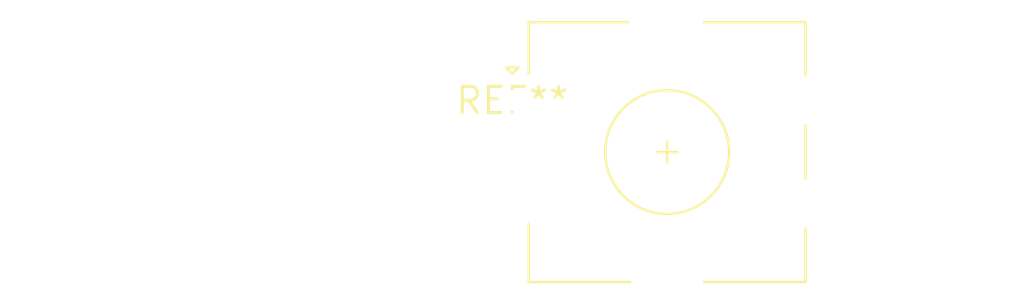
<source format=kicad_pcb>
(kicad_pcb (version 20240108) (generator pcbnew)
  (layers (0 "F.Cu" signal) (31 "B.Cu" signal) (34 "B.Paste" user) (35 "F.Paste" user) (36 "B.SilkS" user "B.Silkscreen") (37 "F.SilkS" user "F.Silkscreen") (38 "B.Mask" user) (39 "F.Mask" user) (44 "Edge.Cuts" user))
  (net 0 "")
  (footprint "RotaryEncoder_Alps_EC12E-Switch_Vertical_H20mm" (layer "F.Cu") (at 0 0)
    (property "Reference" "REF**")
    (property "Value" "RotaryEncoder_Alps_EC12E-Switch_Vertical_H20mm")
    (fp_line (start -0.3 -1.6) (end 0.3 -1.6) (layer "F.SilkS") (stroke (width 0.12)))
    (fp_line (start 0 -1.3) (end -0.3 -1.6) (layer "F.SilkS") (stroke (width 0.12)))
    (fp_line (start 0.3 -1.6) (end 0 -1.3) (layer "F.SilkS") (stroke (width 0.12)))
    (fp_line (start 0.8 -3.8) (end 0.8 -1.3) (layer "F.SilkS") (stroke (width 0.12)))
    (fp_line (start 0.8 8.8) (end 0.8 6) (layer "F.SilkS") (stroke (width 0.12)))
    (fp_line (start 5.6 -3.8) (end 0.8 -3.8) (layer "F.SilkS") (stroke (width 0.12)))
    (fp_line (start 5.7 8.8) (end 0.8 8.8) (layer "F.SilkS") (stroke (width 0.12)))
    (fp_line (start 7 2.5) (end 8 2.5) (layer "F.SilkS") (stroke (width 0.12)))
    (fp_line (start 7.5 2) (end 7.5 3) (layer "F.SilkS") (stroke (width 0.12)))
    (fp_line (start 9.3 -3.8) (end 14.2 -3.8) (layer "F.SilkS") (stroke (width 0.12)))
    (fp_line (start 14.2 -3.8) (end 14.2 -1.2) (layer "F.SilkS") (stroke (width 0.12)))
    (fp_line (start 14.2 1.2) (end 14.2 3.8) (layer "F.SilkS") (stroke (width 0.12)))
    (fp_line (start 14.2 6.2) (end 14.2 8.8) (layer "F.SilkS") (stroke (width 0.12)))
    (fp_line (start 14.2 8.8) (end 9.3 8.8) (layer "F.SilkS") (stroke (width 0.12)))
    (fp_circle (center 7.5 2.5) (end 10.5 2.5) (layer "F.SilkS") (stroke (width 0.12)) (fill none))
    (pad "A" thru_hole rect (at 0 0) (size 2 2) (drill 1) (layers *.Cu *.Mask) (remove_unused_layers))
    (pad "B" thru_hole circle (at 0 5) (size 2 2) (drill 1) (layers *.Cu *.Mask) (remove_unused_layers))
    (pad "C" thru_hole circle (at 0 2.5) (size 2 2) (drill 1) (layers *.Cu *.Mask) (remove_unused_layers))
    (pad "MP" thru_hole rect (at 7.5 -3.1) (size 3 2.5) (drill oval 2.5 2) (layers *.Cu *.Mask) (remove_unused_layers))
    (pad "MP" thru_hole rect (at 7.5 8.1) (size 3 2.5) (drill oval 2.5 2) (layers *.Cu *.Mask) (remove_unused_layers))
    (pad "S1" thru_hole circle (at 14.5 0) (size 2 2) (drill 1) (layers *.Cu *.Mask) (remove_unused_layers))
    (pad "S2" thru_hole circle (at 14.5 5) (size 2 2) (drill 1) (layers *.Cu *.Mask) (remove_unused_layers))
  )
)
</source>
